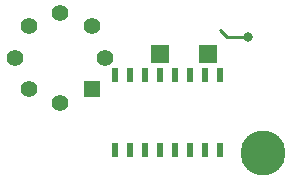
<source format=gbr>
G04 #@! TF.GenerationSoftware,KiCad,Pcbnew,(2018-01-21 revision b6bb32fa7)-master*
G04 #@! TF.CreationDate,2018-01-22T00:52:42+00:00*
G04 #@! TF.ProjectId,test,746573742E6B696361645F7063620000,rev?*
G04 #@! TF.SameCoordinates,Original*
G04 #@! TF.FileFunction,Copper,L1,Top,Signal*
G04 #@! TF.FilePolarity,Positive*
%FSLAX46Y46*%
G04 Gerber Fmt 4.6, Leading zero omitted, Abs format (unit mm)*
G04 Created by KiCad (PCBNEW (2018-01-21 revision b6bb32fa7)-master) date Monday 22 January 2018 at 00:52:42*
%MOMM*%
%LPD*%
G01*
G04 APERTURE LIST*
%ADD10C,1.397000*%
%ADD11R,1.397000X1.397000*%
%ADD12R,0.508000X1.143000*%
%ADD13R,1.500000X1.500000*%
%ADD14C,3.800000*%
%ADD15C,0.800000*%
%ADD16C,0.250000*%
G04 APERTURE END LIST*
D10*
X104298750Y-48895000D03*
X101631750Y-47752000D03*
X100488750Y-45085000D03*
X101631750Y-42418000D03*
X104298750Y-41275000D03*
X106965750Y-42418000D03*
X108108750Y-45085000D03*
D11*
X106965750Y-47752000D03*
D12*
X110172500Y-46513750D03*
X108902500Y-52863750D03*
X110172500Y-52863750D03*
X111442500Y-52863750D03*
X112712500Y-52863750D03*
X113982500Y-52863750D03*
X115252500Y-52863750D03*
X116522500Y-52863750D03*
X117792500Y-52863750D03*
X117792500Y-46513750D03*
X116522500Y-46513750D03*
X115252500Y-46513750D03*
X113982500Y-46513750D03*
X112712500Y-46513750D03*
X111442500Y-46513750D03*
X108902500Y-46513750D03*
D13*
X116776250Y-44767500D03*
X112776250Y-44767500D03*
D14*
X121443750Y-53181250D03*
D15*
X120173754Y-43338750D03*
D16*
X119608069Y-43338750D02*
X120173754Y-43338750D01*
X118427500Y-43338750D02*
X119608069Y-43338750D01*
X117792500Y-42703750D02*
X118427500Y-43338750D01*
M02*

</source>
